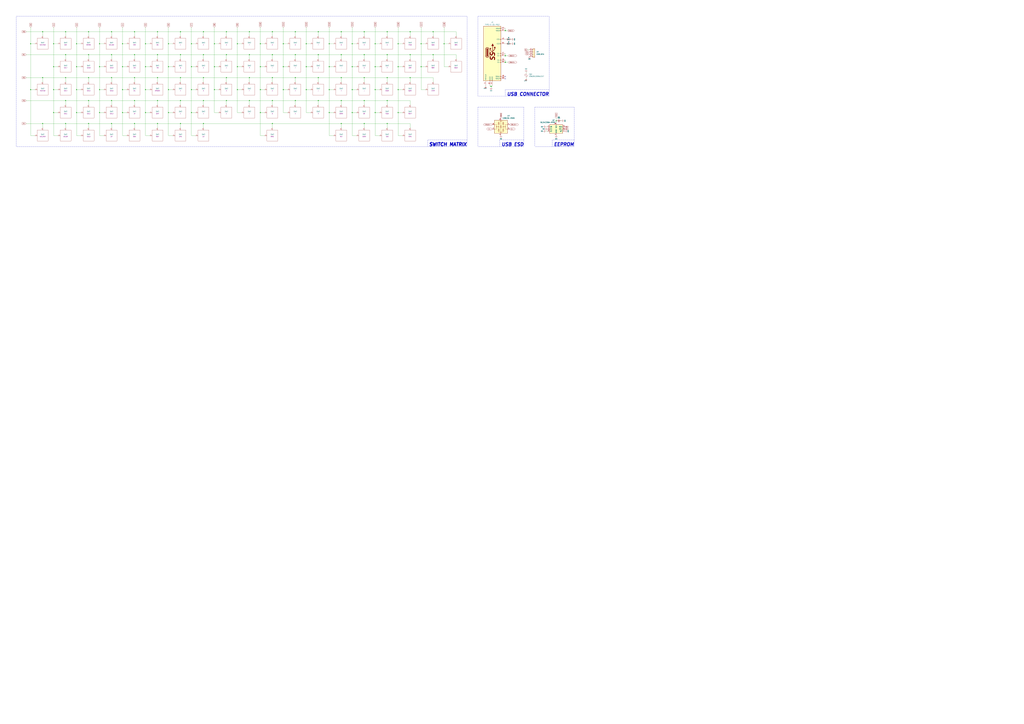
<source format=kicad_sch>
(kicad_sch (version 20211123) (generator eeschema)
  (paper "A0")
  (junction (at 422.91 116.84))
  (junction (at 396.24 143.51))
  (junction (at 102.87 36.83))
  (junction (at 62.23 104.14))
  (junction (at 115.57 104.14))
  (junction (at 168.91 130.81))
  (junction (at 209.55 63.5))
  (junction (at 115.57 77.47))
  (junction (at 142.24 130.81))
  (junction (at 49.53 90.17))
  (junction (at 275.59 50.8))
  (junction (at 262.89 116.84))
  (junction (at 316.23 36.83))
  (junction (at 76.2 63.5))
  (junction (at 236.22 116.84))
  (junction (at 449.58 63.5))
  (junction (at 236.22 90.17))
  (junction (at 289.56 36.83))
  (junction (at 382.27 77.47))
  (junction (at 316.23 90.17))
  (junction (at 76.2 90.17))
  (junction (at 449.58 143.51))
  (junction (at 222.25 104.14))
  (junction (at 396.24 116.84))
  (junction (at 396.24 90.17))
  (junction (at 248.92 77.47))
  (junction (at 408.94 104.14))
  (junction (at 142.24 104.14))
  (junction (at 182.88 90.17))
  (junction (at 262.89 36.83))
  (junction (at 342.9 36.83))
  (junction (at 88.9 104.14))
  (junction (at 182.88 63.5))
  (junction (at 502.92 36.83))
  (junction (at 449.58 90.17))
  (junction (at 408.94 77.47))
  (junction (at 156.21 90.17))
  (junction (at 49.53 36.83))
  (junction (at 209.55 116.84))
  (junction (at 248.92 104.14))
  (junction (at 195.58 77.47))
  (junction (at 369.57 63.5))
  (junction (at 302.26 104.14))
  (junction (at 328.93 50.8))
  (junction (at 369.57 90.17))
  (junction (at 396.24 36.83))
  (junction (at 102.87 63.5))
  (junction (at 76.2 143.51))
  (junction (at 129.54 90.17))
  (junction (at 102.87 143.51))
  (junction (at 88.9 50.8))
  (junction (at 570.23 100.33) (diameter 1.016))
  (junction (at 62.23 50.8))
  (junction (at 168.91 104.14))
  (junction (at 316.23 116.84))
  (junction (at 382.27 50.8))
  (junction (at 156.21 143.51))
  (junction (at 115.57 130.81))
  (junction (at 236.22 63.5))
  (junction (at 195.58 50.8))
  (junction (at 102.87 116.84))
  (junction (at 195.58 104.14))
  (junction (at 129.54 36.83))
  (junction (at 382.27 130.81))
  (junction (at 129.54 63.5))
  (junction (at 129.54 116.84))
  (junction (at 88.9 77.47))
  (junction (at 209.55 90.17))
  (junction (at 586.74 35.56) (diameter 1.016))
  (junction (at 462.28 77.47))
  (junction (at 435.61 77.47))
  (junction (at 449.58 116.84))
  (junction (at 355.6 50.8))
  (junction (at 422.91 36.83))
  (junction (at 302.26 77.47))
  (junction (at 476.25 63.5))
  (junction (at 422.91 90.17))
  (junction (at 408.94 130.81))
  (junction (at 222.25 130.81))
  (junction (at 102.87 90.17))
  (junction (at 435.61 50.8))
  (junction (at 289.56 116.84))
  (junction (at 156.21 63.5))
  (junction (at 168.91 77.47))
  (junction (at 586.74 64.77) (diameter 1.016))
  (junction (at 476.25 90.17))
  (junction (at 476.25 36.83))
  (junction (at 316.23 143.51))
  (junction (at 236.22 143.51))
  (junction (at 182.88 116.84))
  (junction (at 289.56 90.17))
  (junction (at 302.26 130.81))
  (junction (at 355.6 104.14))
  (junction (at 502.92 63.5))
  (junction (at 342.9 90.17))
  (junction (at 222.25 77.47))
  (junction (at 462.28 104.14))
  (junction (at 222.25 50.8))
  (junction (at 289.56 63.5))
  (junction (at 435.61 104.14))
  (junction (at 168.91 50.8))
  (junction (at 142.24 77.47))
  (junction (at 396.24 63.5))
  (junction (at 355.6 77.47))
  (junction (at 316.23 63.5))
  (junction (at 195.58 130.81))
  (junction (at 236.22 36.83))
  (junction (at 88.9 130.81))
  (junction (at 586.74 72.39) (diameter 1.016))
  (junction (at 62.23 130.81))
  (junction (at 449.58 36.83))
  (junction (at 275.59 77.47))
  (junction (at 35.56 50.8))
  (junction (at 156.21 36.83))
  (junction (at 369.57 116.84))
  (junction (at 302.26 50.8))
  (junction (at 129.54 143.51))
  (junction (at 342.9 63.5))
  (junction (at 142.24 50.8))
  (junction (at 115.57 50.8))
  (junction (at 435.61 130.81))
  (junction (at 462.28 130.81))
  (junction (at 156.21 116.84))
  (junction (at 35.56 104.14))
  (junction (at 76.2 36.83))
  (junction (at 488.95 50.8))
  (junction (at 262.89 90.17))
  (junction (at 49.53 143.51))
  (junction (at 382.27 104.14))
  (junction (at 462.28 50.8))
  (junction (at 62.23 77.47))
  (junction (at 248.92 50.8))
  (junction (at 488.95 77.47))
  (junction (at 342.9 116.84))
  (junction (at 515.62 50.8))
  (junction (at 262.89 63.5))
  (junction (at 328.93 104.14))
  (junction (at 422.91 63.5))
  (junction (at 76.2 116.84))
  (junction (at 182.88 143.51))
  (junction (at 209.55 36.83))
  (junction (at 182.88 36.83))
  (junction (at 408.94 50.8))
  (junction (at 422.91 143.51))
  (junction (at 209.55 143.51))
  (junction (at 645.795 140.335) (diameter 0.9144))
  (junction (at 369.57 36.83))
  (junction (at 275.59 104.14))
  (junction (at 328.93 77.47))
  (no_connect (at 586.74 88.9))
  (no_connect (at 586.74 91.44))
  (wire (pts (xy 49.53 41.91) (xy 49.53 36.83)))
  (wire (pts (xy 209.55 143.51) (xy 236.22 143.51)))
  (wire (pts (xy 222.25 157.48) (xy 227.33 157.48)))
  (wire (pts (xy 168.91 130.81) (xy 173.99 130.81)))
  (wire (pts (xy 462.28 104.14) (xy 462.28 130.81)))
  (wire (pts (xy 209.55 36.83) (xy 236.22 36.83)))
  (wire (pts (xy 302.26 31.75) (xy 302.26 50.8)))
  (wire (pts (xy 570.23 100.33) (xy 570.23 101.6)))
  (wire (pts (xy 462.28 130.81) (xy 462.28 157.48)))
  (wire (pts (xy 275.59 50.8) (xy 280.67 50.8)))
  (wire (pts (xy 476.25 90.17) (xy 502.92 90.17)))
  (wire (pts (xy 275.59 77.47) (xy 280.67 77.47)))
  (wire (pts (xy 435.61 130.81) (xy 435.61 157.48)))
  (wire (pts (xy 120.65 50.8) (xy 115.57 50.8)))
  (wire (pts (xy 195.58 77.47) (xy 195.58 104.14)))
  (wire (pts (xy 529.59 68.58) (xy 529.59 63.5)))
  (wire (pts (xy 449.58 121.92) (xy 449.58 116.84)))
  (wire (pts (xy 102.87 36.83) (xy 102.87 41.91)))
  (wire (pts (xy 369.57 36.83) (xy 396.24 36.83)))
  (wire (pts (xy 449.58 36.83) (xy 449.58 41.91)))
  (wire (pts (xy 382.27 31.75) (xy 382.27 50.8)))
  (wire (pts (xy 302.26 130.81) (xy 307.34 130.81)))
  (wire (pts (xy 88.9 50.8) (xy 88.9 77.47)))
  (wire (pts (xy 571.5 100.33) (xy 571.5 99.06)))
  (wire (pts (xy 515.62 50.8) (xy 515.62 77.47)))
  (wire (pts (xy 462.28 77.47) (xy 462.28 104.14)))
  (wire (pts (xy 328.93 130.81) (xy 334.01 130.81)))
  (wire (pts (xy 342.9 121.92) (xy 342.9 116.84)))
  (wire (pts (xy 408.94 77.47) (xy 408.94 104.14)))
  (wire (pts (xy 182.88 41.91) (xy 182.88 36.83)))
  (wire (pts (xy 328.93 104.14) (xy 328.93 130.81)))
  (wire (pts (xy 529.59 41.91) (xy 529.59 36.83)))
  (wire (pts (xy 435.61 104.14) (xy 435.61 130.81)))
  (wire (pts (xy 316.23 36.83) (xy 342.9 36.83)))
  (wire (pts (xy 342.9 63.5) (xy 369.57 63.5)))
  (wire (pts (xy 182.88 90.17) (xy 182.88 95.25)))
  (wire (pts (xy 449.58 90.17) (xy 449.58 95.25)))
  (wire (pts (xy 369.57 90.17) (xy 369.57 95.25)))
  (wire (pts (xy 115.57 130.81) (xy 115.57 157.48)))
  (polyline (pts (xy 608.33 124.46) (xy 608.33 170.18)))
  (wire (pts (xy 612.775 57.785) (xy 614.68 57.785)))
  (wire (pts (xy 586.74 72.39) (xy 589.915 72.39)))
  (wire (pts (xy 355.6 104.14) (xy 355.6 130.81)))
  (wire (pts (xy 502.92 36.83) (xy 529.59 36.83)))
  (wire (pts (xy 209.55 121.92) (xy 209.55 116.84)))
  (wire (pts (xy 515.62 50.8) (xy 520.7 50.8)))
  (wire (pts (xy 396.24 143.51) (xy 422.91 143.51)))
  (wire (pts (xy 316.23 63.5) (xy 316.23 68.58)))
  (wire (pts (xy 502.92 36.83) (xy 502.92 41.91)))
  (wire (pts (xy 488.95 104.14) (xy 494.03 104.14)))
  (polyline (pts (xy 637.54 19.05) (xy 637.54 111.76)))
  (wire (pts (xy 382.27 77.47) (xy 387.35 77.47)))
  (wire (pts (xy 382.27 50.8) (xy 387.35 50.8)))
  (wire (pts (xy 195.58 104.14) (xy 200.66 104.14)))
  (wire (pts (xy 195.58 77.47) (xy 200.66 77.47)))
  (wire (pts (xy 142.24 104.14) (xy 142.24 130.81)))
  (wire (pts (xy 396.24 116.84) (xy 422.91 116.84)))
  (wire (pts (xy 102.87 116.84) (xy 129.54 116.84)))
  (wire (pts (xy 156.21 143.51) (xy 156.21 148.59)))
  (wire (pts (xy 502.92 63.5) (xy 529.59 63.5)))
  (wire (pts (xy 396.24 36.83) (xy 422.91 36.83)))
  (wire (pts (xy 168.91 130.81) (xy 168.91 157.48)))
  (wire (pts (xy 76.2 143.51) (xy 102.87 143.51)))
  (wire (pts (xy 328.93 104.14) (xy 334.01 104.14)))
  (polyline (pts (xy 621.03 124.46) (xy 621.03 170.18)))
  (wire (pts (xy 35.56 31.75) (xy 35.56 50.8)))
  (wire (pts (xy 156.21 143.51) (xy 182.88 143.51)))
  (wire (pts (xy 422.91 143.51) (xy 422.91 148.59)))
  (wire (pts (xy 408.94 130.81) (xy 414.02 130.81)))
  (polyline (pts (xy 554.99 19.05) (xy 554.99 111.76)))
  (wire (pts (xy 129.54 36.83) (xy 156.21 36.83)))
  (wire (pts (xy 236.22 143.51) (xy 316.23 143.51)))
  (wire (pts (xy 195.58 31.75) (xy 195.58 50.8)))
  (wire (pts (xy 382.27 157.48) (xy 387.35 157.48)))
  (wire (pts (xy 120.65 157.48) (xy 115.57 157.48)))
  (wire (pts (xy 142.24 50.8) (xy 147.32 50.8)))
  (polyline (pts (xy 666.75 170.18) (xy 621.03 170.18)))
  (wire (pts (xy 275.59 31.75) (xy 275.59 50.8)))
  (wire (pts (xy 222.25 77.47) (xy 222.25 104.14)))
  (wire (pts (xy 35.56 50.8) (xy 40.64 50.8)))
  (wire (pts (xy 462.28 77.47) (xy 467.36 77.47)))
  (wire (pts (xy 408.94 50.8) (xy 408.94 77.47)))
  (polyline (pts (xy 554.99 124.46) (xy 608.33 124.46)))
  (wire (pts (xy 515.62 77.47) (xy 520.7 77.47)))
  (wire (pts (xy 316.23 90.17) (xy 316.23 95.25)))
  (wire (pts (xy 195.58 130.81) (xy 200.66 130.81)))
  (wire (pts (xy 209.55 148.59) (xy 209.55 143.51)))
  (wire (pts (xy 586.74 50.8) (xy 588.01 50.8)))
  (wire (pts (xy 168.91 77.47) (xy 168.91 104.14)))
  (wire (pts (xy 115.57 104.14) (xy 120.65 104.14)))
  (wire (pts (xy 328.93 77.47) (xy 328.93 104.14)))
  (wire (pts (xy 182.88 116.84) (xy 182.88 121.92)))
  (wire (pts (xy 236.22 63.5) (xy 236.22 68.58)))
  (polyline (pts (xy 666.75 124.46) (xy 666.75 170.18)))
  (wire (pts (xy 328.93 31.75) (xy 328.93 50.8)))
  (wire (pts (xy 422.91 116.84) (xy 422.91 121.92)))
  (wire (pts (xy 88.9 104.14) (xy 88.9 130.81)))
  (wire (pts (xy 316.23 63.5) (xy 342.9 63.5)))
  (wire (pts (xy 222.25 50.8) (xy 227.33 50.8)))
  (wire (pts (xy 610.87 90.17) (xy 610.87 91.44)))
  (wire (pts (xy 182.88 148.59) (xy 182.88 143.51)))
  (wire (pts (xy 382.27 104.14) (xy 387.35 104.14)))
  (wire (pts (xy 102.87 68.58) (xy 102.87 63.5)))
  (wire (pts (xy 275.59 104.14) (xy 280.67 104.14)))
  (wire (pts (xy 222.25 104.14) (xy 222.25 130.81)))
  (wire (pts (xy 488.95 77.47) (xy 488.95 104.14)))
  (wire (pts (xy 115.57 31.75) (xy 115.57 50.8)))
  (wire (pts (xy 49.53 90.17) (xy 49.53 95.25)))
  (wire (pts (xy 476.25 116.84) (xy 476.25 121.92)))
  (wire (pts (xy 248.92 50.8) (xy 254 50.8)))
  (polyline (pts (xy 641.35 162.56) (xy 641.35 170.18)))
  (wire (pts (xy 142.24 31.75) (xy 142.24 50.8)))
  (wire (pts (xy 62.23 77.47) (xy 62.23 104.14)))
  (wire (pts (xy 49.53 36.83) (xy 76.2 36.83)))
  (wire (pts (xy 316.23 116.84) (xy 316.23 121.92)))
  (wire (pts (xy 462.28 130.81) (xy 467.36 130.81)))
  (wire (pts (xy 307.34 157.48) (xy 302.26 157.48)))
  (wire (pts (xy 275.59 104.14) (xy 275.59 130.81)))
  (wire (pts (xy 156.21 90.17) (xy 182.88 90.17)))
  (wire (pts (xy 129.54 36.83) (xy 129.54 41.91)))
  (wire (pts (xy 168.91 157.48) (xy 173.99 157.48)))
  (wire (pts (xy 76.2 63.5) (xy 76.2 68.58)))
  (polyline (pts (xy 496.57 162.56) (xy 496.57 170.18)))
  (wire (pts (xy 156.21 116.84) (xy 156.21 121.92)))
  (wire (pts (xy 355.6 104.14) (xy 360.68 104.14)))
  (polyline (pts (xy 666.75 162.56) (xy 641.35 162.56)))
  (wire (pts (xy 422.91 90.17) (xy 449.58 90.17)))
  (wire (pts (xy 142.24 50.8) (xy 142.24 77.47)))
  (wire (pts (xy 67.31 157.48) (xy 62.23 157.48)))
  (wire (pts (xy 209.55 63.5) (xy 209.55 68.58)))
  (wire (pts (xy 156.21 63.5) (xy 182.88 63.5)))
  (wire (pts (xy 502.92 63.5) (xy 502.92 68.58)))
  (wire (pts (xy 236.22 116.84) (xy 236.22 121.92)))
  (wire (pts (xy 449.58 36.83) (xy 476.25 36.83)))
  (wire (pts (xy 168.91 31.75) (xy 168.91 50.8)))
  (wire (pts (xy 248.92 77.47) (xy 248.92 104.14)))
  (wire (pts (xy 182.88 90.17) (xy 209.55 90.17)))
  (polyline (pts (xy 19.05 19.05) (xy 542.29 19.05)))
  (wire (pts (xy 76.2 36.83) (xy 76.2 41.91)))
  (polyline (pts (xy 608.33 162.56) (xy 580.39 162.56)))
  (wire (pts (xy 369.57 90.17) (xy 396.24 90.17)))
  (wire (pts (xy 142.24 77.47) (xy 142.24 104.14)))
  (wire (pts (xy 168.91 77.47) (xy 173.99 77.47)))
  (wire (pts (xy 645.795 140.335) (xy 646.43 140.335)))
  (wire (pts (xy 651.51 140.335) (xy 652.145 140.335)))
  (wire (pts (xy 449.58 68.58) (xy 449.58 63.5)))
  (wire (pts (xy 342.9 90.17) (xy 342.9 95.25)))
  (wire (pts (xy 515.62 31.75) (xy 515.62 50.8)))
  (wire (pts (xy 129.54 63.5) (xy 156.21 63.5)))
  (wire (pts (xy 129.54 116.84) (xy 156.21 116.84)))
  (wire (pts (xy 30.48 116.84) (xy 76.2 116.84)))
  (wire (pts (xy 289.56 116.84) (xy 316.23 116.84)))
  (wire (pts (xy 422.91 36.83) (xy 449.58 36.83)))
  (wire (pts (xy 435.61 130.81) (xy 440.69 130.81)))
  (wire (pts (xy 435.61 50.8) (xy 440.69 50.8)))
  (wire (pts (xy 462.28 31.75) (xy 462.28 50.8)))
  (wire (pts (xy 488.95 31.75) (xy 488.95 50.8)))
  (wire (pts (xy 40.64 157.48) (xy 35.56 157.48)))
  (wire (pts (xy 62.23 77.47) (xy 67.31 77.47)))
  (wire (pts (xy 289.56 36.83) (xy 289.56 41.91)))
  (wire (pts (xy 355.6 130.81) (xy 360.68 130.81)))
  (wire (pts (xy 88.9 50.8) (xy 93.98 50.8)))
  (wire (pts (xy 62.23 31.75) (xy 62.23 50.8)))
  (wire (pts (xy 396.24 121.92) (xy 396.24 116.84)))
  (wire (pts (xy 222.25 77.47) (xy 227.33 77.47)))
  (wire (pts (xy 156.21 63.5) (xy 156.21 68.58)))
  (wire (pts (xy 209.55 63.5) (xy 236.22 63.5)))
  (wire (pts (xy 328.93 50.8) (xy 328.93 77.47)))
  (wire (pts (xy 328.93 50.8) (xy 334.01 50.8)))
  (wire (pts (xy 476.25 63.5) (xy 502.92 63.5)))
  (wire (pts (xy 88.9 130.81) (xy 93.98 130.81)))
  (wire (pts (xy 476.25 36.83) (xy 502.92 36.83)))
  (wire (pts (xy 610.87 83.82) (xy 610.87 85.09)))
  (wire (pts (xy 586.74 69.85) (xy 586.74 72.39)))
  (wire (pts (xy 633.73 152.4) (xy 635.635 152.4)))
  (wire (pts (xy 396.24 68.58) (xy 396.24 63.5)))
  (wire (pts (xy 168.91 50.8) (xy 168.91 77.47)))
  (wire (pts (xy 502.92 90.17) (xy 502.92 95.25)))
  (wire (pts (xy 49.53 148.59) (xy 49.53 143.51)))
  (wire (pts (xy 222.25 50.8) (xy 222.25 77.47)))
  (wire (pts (xy 115.57 104.14) (xy 115.57 130.81)))
  (wire (pts (xy 76.2 116.84) (xy 76.2 121.92)))
  (wire (pts (xy 302.26 77.47) (xy 302.26 104.14)))
  (wire (pts (xy 462.28 157.48) (xy 467.36 157.48)))
  (wire (pts (xy 62.23 104.14) (xy 67.31 104.14)))
  (wire (pts (xy 209.55 36.83) (xy 209.55 41.91)))
  (wire (pts (xy 342.9 116.84) (xy 369.57 116.84)))
  (wire (pts (xy 93.98 157.48) (xy 88.9 157.48)))
  (wire (pts (xy 302.26 104.14) (xy 302.26 130.81)))
  (wire (pts (xy 593.09 45.72) (xy 593.725 45.72)))
  (wire (pts (xy 115.57 130.81) (xy 120.65 130.81)))
  (wire (pts (xy 129.54 90.17) (xy 156.21 90.17)))
  (wire (pts (xy 62.23 50.8) (xy 62.23 77.47)))
  (wire (pts (xy 342.9 90.17) (xy 369.57 90.17)))
  (wire (pts (xy 147.32 157.48) (xy 142.24 157.48)))
  (wire (pts (xy 35.56 50.8) (xy 35.56 104.14)))
  (wire (pts (xy 62.23 130.81) (xy 62.23 157.48)))
  (wire (pts (xy 408.94 104.14) (xy 408.94 130.81)))
  (wire (pts (xy 236.22 90.17) (xy 236.22 95.25)))
  (wire (pts (xy 289.56 63.5) (xy 289.56 68.58)))
  (wire (pts (xy 289.56 63.5) (xy 316.23 63.5)))
  (wire (pts (xy 645.795 140.335) (xy 645.795 142.24)))
  (polyline (pts (xy 542.29 19.05) (xy 542.29 170.18)))
  (wire (pts (xy 129.54 68.58) (xy 129.54 63.5)))
  (wire (pts (xy 76.2 116.84) (xy 102.87 116.84)))
  (wire (pts (xy 88.9 130.81) (xy 88.9 157.48)))
  (wire (pts (xy 222.25 104.14) (xy 227.33 104.14)))
  (wire (pts (xy 435.61 77.47) (xy 440.69 77.47)))
  (wire (pts (xy 476.25 143.51) (xy 476.25 148.59)))
  (wire (pts (xy 262.89 90.17) (xy 289.56 90.17)))
  (wire (pts (xy 248.92 50.8) (xy 248.92 77.47)))
  (wire (pts (xy 302.26 104.14) (xy 307.34 104.14)))
  (wire (pts (xy 142.24 130.81) (xy 142.24 157.48)))
  (wire (pts (xy 302.26 77.47) (xy 307.34 77.47)))
  (wire (pts (xy 488.95 50.8) (xy 494.03 50.8)))
  (wire (pts (xy 422.91 63.5) (xy 422.91 68.58)))
  (polyline (pts (xy 580.39 162.56) (xy 580.39 170.18)))
  (wire (pts (xy 275.59 130.81) (xy 280.67 130.81)))
  (wire (pts (xy 248.92 77.47) (xy 254 77.47)))
  (wire (pts (xy 462.28 50.8) (xy 462.28 77.47)))
  (wire (pts (xy 302.26 50.8) (xy 302.26 77.47)))
  (wire (pts (xy 289.56 36.83) (xy 316.23 36.83)))
  (wire (pts (xy 62.23 104.14) (xy 62.23 130.81)))
  (wire (pts (xy 195.58 104.14) (xy 195.58 130.81)))
  (wire (pts (xy 316.23 143.51) (xy 396.24 143.51)))
  (wire (pts (xy 76.2 90.17) (xy 76.2 95.25)))
  (wire (pts (xy 476.25 36.83) (xy 476.25 41.91)))
  (wire (pts (xy 328.93 77.47) (xy 334.01 77.47)))
  (wire (pts (xy 102.87 116.84) (xy 102.87 121.92)))
  (wire (pts (xy 35.56 104.14) (xy 40.64 104.14)))
  (wire (pts (xy 369.57 63.5) (xy 396.24 63.5)))
  (wire (pts (xy 568.96 99.06) (xy 568.96 100.33)))
  (wire (pts (xy 382.27 77.47) (xy 382.27 104.14)))
  (wire (pts (xy 382.27 104.14) (xy 382.27 130.81)))
  (wire (pts (xy 449.58 116.84) (xy 476.25 116.84)))
  (wire (pts (xy 102.87 143.51) (xy 129.54 143.51)))
  (wire (pts (xy 586.74 64.77) (xy 589.915 64.77)))
  (wire (pts (xy 262.89 63.5) (xy 289.56 63.5)))
  (wire (pts (xy 342.9 36.83) (xy 369.57 36.83)))
  (wire (pts (xy 476.25 68.58) (xy 476.25 63.5)))
  (wire (pts (xy 76.2 143.51) (xy 76.2 148.59)))
  (wire (pts (xy 302.26 157.48) (xy 302.26 130.81)))
  (wire (pts (xy 209.55 90.17) (xy 236.22 90.17)))
  (wire (pts (xy 396.24 90.17) (xy 422.91 90.17)))
  (wire (pts (xy 35.56 104.14) (xy 35.56 157.48)))
  (wire (pts (xy 369.57 68.58) (xy 369.57 63.5)))
  (wire (pts (xy 262.89 63.5) (xy 262.89 68.58)))
  (polyline (pts (xy 637.54 111.76) (xy 554.99 111.76)))
  (wire (pts (xy 248.92 104.14) (xy 254 104.14)))
  (polyline (pts (xy 554.99 124.46) (xy 554.99 170.18)))
  (wire (pts (xy 182.88 63.5) (xy 209.55 63.5)))
  (wire (pts (xy 422.91 116.84) (xy 449.58 116.84)))
  (wire (pts (xy 129.54 143.51) (xy 156.21 143.51)))
  (wire (pts (xy 422.91 36.83) (xy 422.91 41.91)))
  (wire (pts (xy 408.94 50.8) (xy 414.02 50.8)))
  (wire (pts (xy 568.96 100.33) (xy 570.23 100.33)))
  (wire (pts (xy 102.87 36.83) (xy 129.54 36.83)))
  (wire (pts (xy 435.61 31.75) (xy 435.61 50.8)))
  (wire (pts (xy 182.88 143.51) (xy 209.55 143.51)))
  (wire (pts (xy 76.2 36.83) (xy 102.87 36.83)))
  (wire (pts (xy 396.24 63.5) (xy 422.91 63.5)))
  (wire (pts (xy 369.57 36.83) (xy 369.57 41.91)))
  (wire (pts (xy 236.22 36.83) (xy 236.22 41.91)))
  (wire (pts (xy 289.56 90.17) (xy 316.23 90.17)))
  (wire (pts (xy 396.24 36.83) (xy 396.24 41.91)))
  (wire (pts (xy 449.58 63.5) (xy 476.25 63.5)))
  (wire (pts (xy 30.48 90.17) (xy 49.53 90.17)))
  (wire (pts (xy 408.94 104.14) (xy 414.02 104.14)))
  (wire (pts (xy 62.23 50.8) (xy 67.31 50.8)))
  (wire (pts (xy 396.24 90.17) (xy 396.24 95.25)))
  (wire (pts (xy 102.87 95.25) (xy 102.87 90.17)))
  (polyline (pts (xy 19.05 170.18) (xy 19.05 19.05)))
  (wire (pts (xy 396.24 143.51) (xy 396.24 148.59)))
  (wire (pts (xy 142.24 77.47) (xy 147.32 77.47)))
  (polyline (pts (xy 554.99 19.05) (xy 637.54 19.05)))
  (wire (pts (xy 209.55 90.17) (xy 209.55 95.25)))
  (wire (pts (xy 76.2 90.17) (xy 102.87 90.17)))
  (wire (pts (xy 316.23 36.83) (xy 316.23 41.91)))
  (wire (pts (xy 168.91 104.14) (xy 168.91 130.81)))
  (wire (pts (xy 88.9 77.47) (xy 88.9 104.14)))
  (wire (pts (xy 369.57 116.84) (xy 396.24 116.84)))
  (wire (pts (xy 355.6 50.8) (xy 355.6 77.47)))
  (wire (pts (xy 586.74 45.72) (xy 588.01 45.72)))
  (wire (pts (xy 355.6 77.47) (xy 360.68 77.47)))
  (wire (pts (xy 422.91 63.5) (xy 449.58 63.5)))
  (wire (pts (xy 262.89 90.17) (xy 262.89 95.25)))
  (polyline (pts (xy 637.54 104.14) (xy 586.74 104.14)))
  (wire (pts (xy 248.92 31.75) (xy 248.92 50.8)))
  (wire (pts (xy 449.58 143.51) (xy 449.58 148.59)))
  (wire (pts (xy 645.795 137.16) (xy 645.795 140.335)))
  (wire (pts (xy 408.94 77.47) (xy 414.02 77.47)))
  (wire (pts (xy 633.73 147.32) (xy 635.635 147.32)))
  (wire (pts (xy 102.87 143.51) (xy 102.87 148.59)))
  (wire (pts (xy 62.23 130.81) (xy 67.31 130.81)))
  (wire (pts (xy 129.54 121.92) (xy 129.54 116.84)))
  (wire (pts (xy 382.27 50.8) (xy 382.27 77.47)))
  (wire (pts (xy 209.55 116.84) (xy 236.22 116.84)))
  (wire (pts (xy 129.54 143.51) (xy 129.54 148.59)))
  (wire (pts (xy 142.24 104.14) (xy 147.32 104.14)))
  (wire (pts (xy 342.9 36.83) (xy 342.9 41.91)))
  (wire (pts (xy 49.53 143.51) (xy 76.2 143.51)))
  (wire (pts (xy 586.74 33.02) (xy 586.74 35.56)))
  (wire (pts (xy 248.92 104.14) (xy 248.92 130.81)))
  (wire (pts (xy 195.58 130.81) (xy 195.58 157.48)))
  (wire (pts (xy 408.94 31.75) (xy 408.94 50.8)))
  (wire (pts (xy 435.61 104.14) (xy 440.69 104.14)))
  (wire (pts (xy 156.21 95.25) (xy 156.21 90.17)))
  (wire (pts (xy 30.48 143.51) (xy 49.53 143.51)))
  (wire (pts (xy 88.9 31.75) (xy 88.9 50.8)))
  (polyline (pts (xy 586.74 104.14) (xy 586.74 111.76)))
  (wire (pts (xy 422.91 90.17) (xy 422.91 95.25)))
  (wire (pts (xy 156.21 36.83) (xy 156.21 41.91)))
  (wire (pts (xy 382.27 130.81) (xy 382.27 157.48)))
  (wire (pts (xy 435.61 157.48) (xy 440.69 157.48)))
  (wire (pts (xy 182.88 116.84) (xy 209.55 116.84)))
  (wire (pts (xy 262.89 116.84) (xy 262.89 121.92)))
  (wire (pts (xy 355.6 31.75) (xy 355.6 50.8)))
  (wire (pts (xy 49.53 90.17) (xy 76.2 90.17)))
  (wire (pts (xy 355.6 77.47) (xy 355.6 104.14)))
  (wire (pts (xy 275.59 50.8) (xy 275.59 77.47)))
  (wire (pts (xy 129.54 95.25) (xy 129.54 90.17)))
  (wire (pts (xy 449.58 90.17) (xy 476.25 90.17)))
  (wire (pts (xy 200.66 50.8) (xy 195.58 50.8)))
  (wire (pts (xy 589.915 35.56) (xy 586.74 35.56)))
  (wire (pts (xy 262.89 116.84) (xy 289.56 116.84)))
  (wire (pts (xy 168.91 104.14) (xy 173.99 104.14)))
  (wire (pts (xy 248.92 130.81) (xy 254 130.81)))
  (wire (pts (xy 275.59 77.47) (xy 275.59 104.14)))
  (wire (pts (xy 227.33 130.81) (xy 222.25 130.81)))
  (wire (pts (xy 488.95 77.47) (xy 494.03 77.47)))
  (wire (pts (xy 30.48 36.83) (xy 49.53 36.83)))
  (wire (pts (xy 115.57 50.8) (xy 115.57 77.47)))
  (wire (pts (xy 369.57 116.84) (xy 369.57 121.92)))
  (wire (pts (xy 236.22 36.83) (xy 262.89 36.83)))
  (wire (pts (xy 222.25 31.75) (xy 222.25 50.8)))
  (wire (pts (xy 182.88 63.5) (xy 182.88 68.58)))
  (wire (pts (xy 156.21 36.83) (xy 182.88 36.83)))
  (wire (pts (xy 173.99 50.8) (xy 168.91 50.8)))
  (wire (pts (xy 195.58 157.48) (xy 200.66 157.48)))
  (wire (pts (xy 88.9 77.47) (xy 93.98 77.47)))
  (wire (pts (xy 30.48 63.5) (xy 76.2 63.5)))
  (wire (pts (xy 593.09 50.8) (xy 593.725 50.8)))
  (wire (pts (xy 586.74 62.23) (xy 586.74 64.77)))
  (wire (pts (xy 316.23 116.84) (xy 342.9 116.84)))
  (wire (pts (xy 236.22 148.59) (xy 236.22 143.51)))
  (wire (pts (xy 408.94 157.48) (xy 414.02 157.48)))
  (polyline (pts (xy 542.29 162.56) (xy 496.57 162.56)))
  (wire (pts (xy 76.2 63.5) (xy 102.87 63.5)))
  (wire (pts (xy 302.26 50.8) (xy 307.34 50.8)))
  (wire (pts (xy 142.24 130.81) (xy 147.32 130.81)))
  (wire (pts (xy 222.25 130.81) (xy 222.25 157.48)))
  (wire (pts (xy 449.58 143.51) (xy 476.25 143.51)))
  (wire (pts (xy 262.89 36.83) (xy 289.56 36.83)))
  (polyline (pts (xy 608.33 170.18) (xy 554.99 170.18)))
  (wire (pts (xy 262.89 36.83) (xy 262.89 41.91)))
  (wire (pts (xy 382.27 130.81) (xy 387.35 130.81)))
  (polyline (pts (xy 621.03 124.46) (xy 666.75 124.46)))
  (wire (pts (xy 462.28 50.8) (xy 467.36 50.8)))
  (wire (pts (xy 289.56 95.25) (xy 289.56 90.17)))
  (wire (pts (xy 408.94 130.81) (xy 408.94 157.48)))
  (wire (pts (xy 488.95 50.8) (xy 488.95 77.47)))
  (wire (pts (xy 115.57 77.47) (xy 115.57 104.14)))
  (wire (pts (xy 88.9 104.14) (xy 93.98 104.14)))
  (wire (pts (xy 355.6 50.8) (xy 360.68 50.8)))
  (wire (pts (xy 236.22 116.84) (xy 262.89 116.84)))
  (wire (pts (xy 236.22 63.5) (xy 262.89 63.5)))
  (wire (pts (xy 476.25 90.17) (xy 476.25 95.25)))
  (wire (pts (xy 435.61 77.47) (xy 435.61 104.14)))
  (wire (pts (xy 462.28 104.14) (xy 467.36 104.14)))
  (wire (pts (xy 195.58 50.8) (xy 195.58 77.47)))
  (wire (pts (xy 156.21 116.84) (xy 182.88 116.84)))
  (wire (pts (xy 102.87 90.17) (xy 129.54 90.17)))
  (wire (pts (xy 422.91 143.51) (xy 449.58 143.51)))
  (wire (pts (xy 182.88 36.83) (xy 209.55 36.83)))
  (wire (pts (xy 316.23 90.17) (xy 342.9 90.17)))
  (wire (pts (xy 570.23 100.33) (xy 571.5 100.33)))
  (polyline (pts (xy 542.29 170.18) (xy 19.05 170.18)))
  (wire (pts (xy 102.87 63.5) (xy 129.54 63.5)))
  (wire (pts (xy 435.61 50.8) (xy 435.61 77.47)))
  (wire (pts (xy 342.9 63.5) (xy 342.9 68.58)))
  (wire (pts (xy 316.23 143.51) (xy 316.23 148.59)))
  (wire (pts (xy 236.22 90.17) (xy 262.89 90.17)))
  (wire (pts (xy 115.57 77.47) (xy 120.65 77.47)))
  (wire (pts (xy 563.88 99.06) (xy 563.88 100.33)))
  (wire (pts (xy 289.56 116.84) (xy 289.56 121.92)))
  (text "EEPROM" (at 666.75 170.18 180) (effects (font (size 3.81 3.81) bold italic) (justify right bottom)))
  (text "SWITCH MATRIX" (at 542.29 170.18 180) (effects (font (size 3.81 3.81) (thickness 1.524) bold italic) (justify right bottom)))
  (text "USB ESD" (at 608.33 170.18 180) (effects (font (size 3.81 3.81) bold italic) (justify right bottom)))
  (text "USB CONNECTOR" (at 637.54 111.76 180) (effects (font (size 3.81 3.81) bold italic) (justify right bottom)))
  (global_label "C6" (shape input) (at 195.58 31.75 90) (property "Intersheet References" "${INTERSHEET_REFS}" (effects hide)))
  (global_label "VBUS" (shape input) (at 581.66 137.16 90) (effects (font (size 1.016 1.016))) (property "Intersheet References" "${INTERSHEET_REFS}" (effects hide)))
  (global_label "R4" (shape input) (at 30.48 143.51 180) (property "Intersheet References" "${INTERSHEET_REFS}" (effects hide)))
  (global_label "C8" (shape input) (at 248.92 31.75 90) (property "Intersheet References" "${INTERSHEET_REFS}" (effects hide)))
  (global_label "SCL" (shape bidirectional) (at 655.955 149.86 0) (effects (font (size 0.762 0.762))) (property "Intersheet References" "${INTERSHEET_REFS}" (effects hide)))
  (global_label "C14" (shape input) (at 408.94 31.75 90) (property "Intersheet References" "${INTERSHEET_REFS}" (effects hide)))
  (global_label "C9" (shape input) (at 275.59 31.75 90) (property "Intersheet References" "${INTERSHEET_REFS}" (effects hide)))
  (global_label "C11" (shape input) (at 328.93 31.75 90) (property "Intersheet References" "${INTERSHEET_REFS}" (effects hide)))
  (global_label "R3" (shape input) (at 30.48 116.84 180) (property "Intersheet References" "${INTERSHEET_REFS}" (effects hide)))
  (global_label "C17" (shape input) (at 488.95 31.75 90) (property "Intersheet References" "${INTERSHEET_REFS}" (effects hide)))
  (global_label "DBUS-" (shape bidirectional) (at 589.915 64.77 0) (property "Intersheet References" "${INTERSHEET_REFS}" (effects hide)))
  (global_label "C0" (shape input) (at 35.56 31.75 90) (property "Intersheet References" "${INTERSHEET_REFS}" (effects hide)))
  (global_label "3V3" (shape input) (at 645.795 137.16 90) (property "Intersheet References" "${INTERSHEET_REFS}" (effects hide)))
  (global_label "5V" (shape input) (at 612.775 57.785 180) (effects (font (size 1 1))) (property "Intersheet References" "${INTERSHEET_REFS}" (effects hide)))
  (global_label "R0" (shape input) (at 30.48 36.83 180) (property "Intersheet References" "${INTERSHEET_REFS}" (effects hide)))
  (global_label "R1" (shape input) (at 30.48 63.5 180) (property "Intersheet References" "${INTERSHEET_REFS}" (effects hide)))
  (global_label "C3" (shape input) (at 115.57 31.75 90) (property "Intersheet References" "${INTERSHEET_REFS}" (effects hide)))
  (global_label "C7" (shape input) (at 222.25 31.75 90) (property "Intersheet References" "${INTERSHEET_REFS}" (effects hide)))
  (global_label "C12" (shape input) (at 355.6 31.75 90) (property "Intersheet References" "${INTERSHEET_REFS}" (effects hide)))
  (global_label "C4" (shape input) (at 142.24 31.75 90) (property "Intersheet References" "${INTERSHEET_REFS}" (effects hide)))
  (global_label "DBUS+" (shape bidirectional) (at 591.82 144.78 0) (property "Intersheet References" "${INTERSHEET_REFS}" (effects hide)))
  (global_label "C13" (shape input) (at 382.27 31.75 90) (property "Intersheet References" "${INTERSHEET_REFS}" (effects hide)))
  (global_label "VBUS" (shape output) (at 589.915 35.56 0) (property "Intersheet References" "${INTERSHEET_REFS}" (effects hide)))
  (global_label "C18" (shape input) (at 515.62 31.75 90) (property "Intersheet References" "${INTERSHEET_REFS}" (effects hide)))
  (global_label "DBUS+" (shape bidirectional) (at 589.915 72.39 0) (property "Intersheet References" "${INTERSHEET_REFS}" (effects hide)))
  (global_label "R2" (shape input) (at 30.48 90.17 180) (property "Intersheet References" "${INTERSHEET_REFS}" (effects hide)))
  (global_label "C2" (shape input) (at 88.9 31.75 90) (property "Intersheet References" "${INTERSHEET_REFS}" (effects hide)))
  (global_label "D+" (shape bidirectional) (at 591.82 149.86 0) (property "Intersheet References" "${INTERSHEET_REFS}" (effects hide)))
  (global_label "C16" (shape input) (at 462.28 31.75 90) (property "Intersheet References" "${INTERSHEET_REFS}" (effects hide)))
  (global_label "SDA" (shape bidirectional) (at 655.955 147.32 0) (effects (font (size 0.762 0.762))) (property "Intersheet References" "${INTERSHEET_REFS}" (effects hide)))
  (global_label "D-" (shape bidirectional) (at 614.68 60.325 180) (effects (font (size 1 1))) (property "Intersheet References" "${INTERSHEET_REFS}" (effects hide)))
  (global_label "C1" (shape input) (at 62.23 31.75 90) (property "Intersheet References" "${INTERSHEET_REFS}" (effects hide)))
  (global_label "D-" (shape bidirectional) (at 571.5 149.86 180) (property "Intersheet References" "${INTERSHEET_REFS}" (effects hide)))
  (global_label "C15" (shape input) (at 435.61 31.75 90) (property "Intersheet References" "${INTERSHEET_REFS}" (effects hide)))
  (global_label "D+" (shape bidirectional) (at 614.68 62.865 180) (effects (font (size 1 1))) (property "Intersheet References" "${INTERSHEET_REFS}" (effects hide)))
  (global_label "C5" (shape input) (at 168.91 31.75 90) (property "Intersheet References" "${INTERSHEET_REFS}" (effects hide)))
  (global_label "C10" (shape input) (at 302.26 31.75 90) (property "Intersheet References" "${INTERSHEET_REFS}" (effects hide)))
  (global_label "DBUS-" (shape bidirectional) (at 571.5 144.78 180) (property "Intersheet References" "${INTERSHEET_REFS}" (effects hide)))
  (symbol (lib_id "acheron_Symbols:Mechanical_Switch") (at 76.2 130.81 0) (unit 1)
    (property "Reference" "SW?" (at 76.2 129.54 0))
    (property "Value" "MX Switch" (effects hide))
    (property "Footprint" "acheron_MX_soldermask:MX100" (effects hide))
    (property "Keycode" "NUM_1" (at 76.2 132.08 0) (effects (font (size 0.762 0.762))))
    (property "Specifcation" "MX-style mechanical keyboard switch" (effects hide))
  )
  (symbol (lib_id "acheron_Symbols:Mechanical_Switch") (at 129.54 77.47 0) (unit 1)
    (property "Reference" "SW?" (at 129.54 76.2 0))
    (property "Value" "MX Switch" (effects hide))
    (property "Footprint" "acheron_MX_soldermask:MX100" (effects hide))
    (property "Keycode" "NUM_9" (at 129.54 78.74 0) (effects (font (size 0.762 0.762))))
    (property "Specifcation" "MX-style mechanical keyboard switch" (effects hide))
  )
  (symbol (lib_id "Memory_EEPROM:24LC256") (at 645.795 149.86 0) (unit 1)
    (property "Reference" "U?" (at 642.62 139.7 0))
    (property "Value" "BL24C256A-SFRC" (at 636.27 142.24 0))
    (property "Footprint" "acheron_Components:TSSOP-8_4.4x3mm_P0.65mm" (effects hide))
    (property "Datasheet" "https://datasheet.lcsc.com/lcsc/1811152228_BL-Shanghai-Belling-BL24C256A-SFRC_C110276.pdf" (effects hide))
    (property "Manufacturer" "Shanghai Belling" (effects hide))
    (property "Manufacturer Part Number" "BL24C256A-SFRC" (effects hide))
    (property "Package" "TSSOP-8" (effects hide))
    (property "Vendor Part Number" "LCSC C691875 (https://lcsc.com/product-detail/EEPROM_BL-Shanghai-Belling-BL24C256A-NTRC_C691875.html)" (effects hide))
    (property "Specification" "TSSOP-8 non-volatile 256Kb (32K x 8) I2C EEPROM\n" (effects hide))
  )
  (symbol (lib_id "power:GND") (at 635.635 149.86 270) (unit 1)
    (property "Reference" "#PWR?" (effects hide))
    (property "Value" "GND" (at 631.19 149.86 90) (effects (font (size 0.762 0.762))))
  )
  (symbol (lib_id "acheron_Symbols:Mechanical_Switch") (at 449.58 157.48 0) (unit 1)
    (property "Reference" "SW?" (at 449.58 156.21 0))
    (property "Value" "MX Switch" (effects hide))
    (property "Footprint" "acheron_MX_soldermask:MX100" (effects hide))
    (property "Keycode" "FUNC" (at 449.58 158.75 0) (effects (font (size 0.762 0.762))))
    (property "Specifcation" "MX-style mechanical keyboard switch" (effects hide))
  )
  (symbol (lib_id "acheron_Symbols:Mechanical_Switch") (at 342.9 130.81 0) (unit 1)
    (property "Reference" "SW?" (at 342.9 129.54 0))
    (property "Value" "MX Switch" (effects hide))
    (property "Footprint" "acheron_MX_soldermask:MX100" (effects hide))
    (property "Keycode" "N" (at 342.9 132.08 0) (effects (font (size 0.762 0.762))))
    (property "Specifcation" "MX-style mechanical keyboard switch" (effects hide))
  )
  (symbol (lib_id "power:GND") (at 610.87 83.82 180) (unit 1)
    (property "Reference" "#PWR?" (effects hide))
    (property "Value" "GND" (at 610.87 80.01 0) (effects (font (size 0.7874 0.7874))))
  )
  (symbol (lib_id "acheron_Symbols:Mechanical_Switch") (at 209.55 104.14 0) (unit 1)
    (property "Reference" "SW?" (at 209.55 102.87 0))
    (property "Value" "MX Switch" (effects hide))
    (property "Footprint" "acheron_MX_soldermask:MX100" (effects hide))
    (property "Keycode" "A" (at 209.55 105.41 0) (effects (font (size 0.762 0.762))))
    (property "Specifcation" "MX-style mechanical keyboard switch" (effects hide))
  )
  (symbol (lib_id "acheron_Symbols:Mechanical_Switch") (at 129.54 104.14 0) (unit 1)
    (property "Reference" "SW?" (at 129.54 102.87 0))
    (property "Value" "MX Switch" (effects hide))
    (property "Footprint" "acheron_MX_soldermask:MX100" (effects hide))
    (property "Keycode" "NUM_6" (at 129.54 105.41 0) (effects (font (size 0.762 0.762))))
    (property "Specifcation" "MX-style mechanical keyboard switch" (effects hide))
  )
  (symbol (lib_id "acheron_Symbols:Mechanical_Switch") (at 289.56 77.47 0) (unit 1)
    (property "Reference" "SW?" (at 289.56 76.2 0))
    (property "Value" "MX Switch" (effects hide))
    (property "Footprint" "acheron_MX_soldermask:MX100" (effects hide))
    (property "Keycode" "R" (at 289.56 78.74 0) (effects (font (size 0.762 0.762))))
    (property "Specifcation" "MX-style mechanical keyboard switch" (effects hide))
  )
  (symbol (lib_id "acheron_Symbols:Mechanical_Switch") (at 156.21 50.8 0) (unit 1)
    (property "Reference" "SW?" (at 156.21 49.53 0))
    (property "Value" "MX Switch" (effects hide))
    (property "Footprint" "acheron_MX_soldermask:MX100" (effects hide))
    (property "Keycode" "HOME" (at 156.21 52.07 0) (effects (font (size 0.762 0.762))))
    (property "Specifcation" "MX-style mechanical keyboard switch" (effects hide))
  )
  (symbol (lib_id "acheron_Symbols:Mechanical_Switch") (at 236.22 130.81 0) (unit 1)
    (property "Reference" "SW?" (at 236.22 129.54 0))
    (property "Value" "MX Switch" (effects hide))
    (property "Footprint" "acheron_MX_soldermask:MX100" (effects hide))
    (property "Keycode" "X" (at 236.22 132.08 0) (effects (font (size 0.762 0.762))))
    (property "Specifcation" "MX-style mechanical keyboard switch" (effects hide))
  )
  (symbol (lib_id "acheron_Symbols:Mechanical_Switch") (at 236.22 157.48 0) (unit 1)
    (property "Reference" "SW?" (at 236.22 156.21 0))
    (property "Value" "MX Switch" (effects hide))
    (property "Footprint" "acheron_MX_soldermask:MX100" (effects hide))
    (property "Keycode" "LALT" (at 236.22 158.75 0) (effects (font (size 0.762 0.762))))
    (property "Specifcation" "MX-style mechanical keyboard switch" (effects hide))
  )
  (symbol (lib_id "acheron_Symbols:Mechanical_Switch") (at 182.88 104.14 0) (unit 1)
    (property "Reference" "SW?" (at 182.88 102.87 0))
    (property "Value" "MX Switch" (effects hide))
    (property "Footprint" "acheron_MX_soldermask:MX100" (effects hide))
    (property "Keycode" "CAPSLOCK" (at 182.88 105.41 0) (effects (font (size 0.762 0.762))))
    (property "Specifcation" "MX-style mechanical keyboard switch" (effects hide))
  )
  (symbol (lib_id "acheron_Symbols:Mechanical_Switch") (at 316.23 157.48 0) (unit 1)
    (property "Reference" "SW?" (at 316.23 156.21 0))
    (property "Value" "MX Switch" (effects hide))
    (property "Footprint" "acheron_MX_soldermask:MX100" (effects hide))
    (property "Keycode" "SPACE" (at 316.23 158.75 0) (effects (font (size 0.762 0.762))))
    (property "Specifcation" "MX-style mechanical keyboard switch" (effects hide))
  )
  (symbol (lib_id "Device:Ferrite_Bead_Small") (at 610.87 87.63 0) (unit 1)
    (property "Reference" "FB?" (at 614.2736 86.487 0) (effects (justify left)))
    (property "Value" "CBW201209U121T" (at 614.2736 88.773 0) (effects (justify left)))
    (property "Footprint" "Inductor_SMD:L_0805_2012Metric" (effects hide))
    (property "Manufacturer" "Guangdong Fenghua Advanced Tech" (effects hide))
    (property "Manufacturer Part Number" "CBW201209U121T" (effects hide))
    (property "Package" "L0805" (effects hide))
    (property "Specification" "120R @ 100MHz ferrite bead" (effects hide))
    (property "Vendor Part Number" "LCSC C139186" (effects hide))
  )
  (symbol (lib_id "acheron_Symbols:Mechanical_Switch") (at 129.54 50.8 0) (unit 1)
    (property "Reference" "SW?" (at 129.54 49.53 0))
    (property "Value" "MX Switch" (effects hide))
    (property "Footprint" "acheron_MX_soldermask:MX100" (effects hide))
    (property "Keycode" "NUM_LOCK" (at 129.54 52.07 0) (effects (font (size 0.762 0.762))))
    (property "Specifcation" "MX-style mechanical keyboard switch" (effects hide))
  )
  (symbol (lib_id "acheron_Symbols:Mechanical_Switch") (at 209.55 130.81 0) (unit 1)
    (property "Reference" "SW?" (at 209.55 129.54 0))
    (property "Value" "MX Switch" (effects hide))
    (property "Footprint" "acheron_MX_soldermask:MX100" (effects hide))
    (property "Keycode" "Z" (at 209.55 132.08 0) (effects (font (size 0.762 0.762))))
    (property "Specifcation" "MX-style mechanical keyboard switch" (effects hide))
  )
  (symbol (lib_id "acheron_Symbols:Mechanical_Switch") (at 102.87 157.48 0) (unit 1)
    (property "Reference" "SW?" (at 102.87 156.21 0))
    (property "Value" "MX Switch" (effects hide))
    (property "Footprint" "acheron_MX_soldermask:MX100" (effects hide))
    (property "Keycode" "NUM_0" (at 102.87 158.75 0) (effects (font (size 0.762 0.762))))
    (property "Specifcation" "MX-style mechanical keyboard switch" (effects hide))
  )
  (symbol (lib_id "power:GND") (at 645.795 157.48 0) (unit 1)
    (property "Reference" "#PWR?" (effects hide))
    (property "Value" "GND" (at 645.795 161.29 0) (effects (font (size 0.762 0.762))))
  )
  (symbol (lib_id "power:GND") (at 593.725 50.8 90) (unit 1)
    (property "Reference" "#PWR?" (effects hide))
    (property "Value" "GND" (at 597.535 50.8 0) (effects (font (size 0.7874 0.7874))))
  )
  (symbol (lib_id "acheron_Symbols:Mechanical_Switch") (at 529.59 77.47 0) (unit 1)
    (property "Reference" "SW?" (at 529.59 76.2 0))
    (property "Value" "MX Switch" (effects hide))
    (property "Footprint" "acheron_MX_soldermask:MX100" (effects hide))
    (property "Keycode" "BSLSH" (at 529.59 78.74 0) (effects (font (size 0.762 0.762))))
    (property "Specifcation" "MX-style mechanical keyboard switch" (effects hide))
  )
  (symbol (lib_id "acheron_Symbols:Mechanical_Switch") (at 476.25 50.8 0) (unit 1)
    (property "Reference" "SW?" (at 476.25 49.53 0))
    (property "Value" "MX Switch" (effects hide))
    (property "Footprint" "acheron_MX_soldermask:MX100" (effects hide))
    (property "Keycode" "MINUS" (at 476.25 52.07 0) (effects (font (size 0.762 0.762))))
    (property "Specifcation" "MX-style mechanical keyboard switch" (effects hide))
  )
  (symbol (lib_id "acheron_Symbols:Mechanical_Switch") (at 396.24 157.48 0) (unit 1)
    (property "Reference" "SW?" (at 396.24 156.21 0))
    (property "Value" "MX Switch" (effects hide))
    (property "Footprint" "acheron_MX_soldermask:MX100" (effects hide))
    (property "Keycode" "RALT" (at 396.24 158.75 0) (effects (font (size 0.762 0.762))))
    (property "Specifcation" "MX-style mechanical keyboard switch" (effects hide))
  )
  (symbol (lib_id "acheron_Symbols:Mechanical_Switch") (at 396.24 50.8 0) (unit 1)
    (property "Reference" "SW?" (at 396.24 49.53 0))
    (property "Value" "MX Switch" (effects hide))
    (property "Footprint" "acheron_MX_soldermask:MX100" (effects hide))
    (property "Keycode" "8" (at 396.24 52.07 0) (effects (font (size 0.762 0.762))))
    (property "Specifcation" "MX-style mechanical keyboard switch" (effects hide))
  )
  (symbol (lib_id "acheron_Symbols:Mechanical_Switch") (at 76.2 104.14 0) (unit 1)
    (property "Reference" "SW?" (at 76.2 102.87 0))
    (property "Value" "MX Switch" (effects hide))
    (property "Footprint" "acheron_MX_soldermask:MX100" (effects hide))
    (property "Keycode" "NUM_4" (at 76.2 105.41 0) (effects (font (size 0.762 0.762))))
    (property "Specifcation" "MX-style mechanical keyboard switch" (effects hide))
  )
  (symbol (lib_id "power:GND") (at 633.73 147.32 270) (unit 1)
    (property "Reference" "#PWR?" (effects hide))
    (property "Value" "GND" (at 629.285 147.32 90) (effects (font (size 0.762 0.762))))
  )
  (symbol (lib_id "acheron_Symbols:Mechanical_Switch") (at 76.2 157.48 0) (unit 1)
    (property "Reference" "SW?" (at 76.2 156.21 0))
    (property "Value" "MX Switch" (effects hide))
    (property "Footprint" "acheron_MX_soldermask:MX100" (effects hide))
    (property "Keycode" "NUM_DOT" (at 76.2 158.75 0) (effects (font (size 0.762 0.762))))
    (property "Specifcation" "MX-style mechanical keyboard switch" (effects hide))
  )
  (symbol (lib_id "power:GND") (at 652.145 140.335 90) (unit 1)
    (property "Reference" "#PWR?" (effects hide))
    (property "Value" "GND" (at 655.955 140.335 0) (effects (font (size 0.762 0.762))))
  )
  (symbol (lib_id "acheron_Symbols:Mechanical_Switch") (at 502.92 104.14 0) (unit 1)
    (property "Reference" "SW?" (at 502.92 102.87 0))
    (property "Value" "MX Switch" (effects hide))
    (property "Footprint" "acheron_MX_soldermask:MX100" (effects hide))
    (property "Keycode" "ENTER" (at 502.92 105.41 0) (effects (font (size 0.762 0.762))))
    (property "Specifcation" "MX-style mechanical keyboard switch" (effects hide))
  )
  (symbol (lib_id "acheron_Symbols:Mechanical_Switch") (at 502.92 77.47 0) (unit 1)
    (property "Reference" "SW?" (at 502.92 76.2 0))
    (property "Value" "MX Switch" (effects hide))
    (property "Footprint" "acheron_MX_soldermask:MX100" (effects hide))
    (property "Keycode" "RBRKT" (at 502.92 78.74 0) (effects (font (size 0.762 0.762))))
    (property "Specifcation" "MX-style mechanical keyboard switch" (effects hide))
  )
  (symbol (lib_id "acheron_Symbols:Mechanical_Switch") (at 262.89 77.47 0) (unit 1)
    (property "Reference" "SW?" (at 262.89 76.2 0))
    (property "Value" "MX Switch" (effects hide))
    (property "Footprint" "acheron_MX_soldermask:MX100" (effects hide))
    (property "Keycode" "E" (at 262.89 78.74 0) (effects (font (size 0.762 0.762))))
    (property "Specifcation" "MX-style mechanical keyboard switch" (effects hide))
  )
  (symbol (lib_id "acheron_Symbols:Mechanical_Switch") (at 449.58 130.81 0) (unit 1)
    (property "Reference" "SW?" (at 449.58 129.54 0))
    (property "Value" "MX Switch" (effects hide))
    (property "Footprint" "acheron_MX_soldermask:MX100" (effects hide))
    (property "Keycode" "FSLSH" (at 449.58 132.08 0) (effects (font (size 0.762 0.762))))
    (property "Specifcation" "MX-style mechanical keyboard switch" (effects hide))
  )
  (symbol (lib_id "acheron_Symbols:Mechanical_Switch") (at 342.9 50.8 0) (unit 1)
    (property "Reference" "SW?" (at 342.9 49.53 0))
    (property "Value" "MX Switch" (effects hide))
    (property "Footprint" "acheron_MX_soldermask:MX100" (effects hide))
    (property "Keycode" "6" (at 342.9 52.07 0) (effects (font (size 0.762 0.762))))
    (property "Specifcation" "MX-style mechanical keyboard switch" (effects hide))
  )
  (symbol (lib_id "acheron_Symbols:Mechanical_Switch") (at 76.2 77.47 0) (unit 1)
    (property "Reference" "SW?" (at 76.2 76.2 0))
    (property "Value" "MX Switch" (effects hide))
    (property "Footprint" "acheron_MX_soldermask:MX100" (effects hide))
    (property "Keycode" "NUM_7" (at 76.2 78.74 0) (effects (font (size 0.762 0.762))))
    (property "Specifcation" "MX-style mechanical keyboard switch" (effects hide))
  )
  (symbol (lib_id "Power_Protection:USBLC6-2SC6") (at 581.66 147.32 0) (unit 1)
    (property "Reference" "U?" (at 590.55 134.62 0))
    (property "Value" "USBLC6-2SC6" (at 590.55 137.16 0))
    (property "Footprint" "acheron_Components:SOT-23-6" (effects hide))
    (property "Datasheet" "https://www.st.com/resource/en/datasheet/usblc6-2.pdf" (effects hide))
    (property "Package" "SOT-23-6" (effects hide))
    (property "Manufacturer" "STMicroelectronics" (effects hide))
    (property "Manufacturer Part Number" "USBLC6-2SC6" (effects hide))
    (property "Specification" "Unidirectional ESD TVS diode" (effects hide))
    (property "Vendor Part Number" "LCSC C7519" (effects hide))
  )
  (symbol (lib_id "acheron_Symbols:Mechanical_Switch") (at 262.89 104.14 0) (unit 1)
    (property "Reference" "SW?" (at 262.89 102.87 0))
    (property "Value" "MX Switch" (effects hide))
    (property "Footprint" "acheron_MX_soldermask:MX100" (effects hide))
    (property "Keycode" "D" (at 262.89 105.41 0) (effects (font (size 0.762 0.762))))
    (property "Specifcation" "MX-style mechanical keyboard switch" (effects hide))
  )
  (symbol (lib_id "acheron_Symbols:Mechanical_Switch") (at 449.58 104.14 0) (unit 1)
    (property "Reference" "SW?" (at 449.58 102.87 0))
    (property "Value" "MX Switch" (effects hide))
    (property "Footprint" "acheron_MX_soldermask:MX100" (effects hide))
    (property "Keycode" "COLON" (at 449.58 105.41 0) (effects (font (size 0.762 0.762))))
    (property "Specifcation" "MX-style mechanical keyboard switch" (effects hide))
  )
  (symbol (lib_id "acheron_Symbols:Mechanical_Switch") (at 476.25 104.14 0) (unit 1)
    (property "Reference" "SW?" (at 476.25 102.87 0))
    (property "Value" "MX Switch" (effects hide))
    (property "Footprint" "acheron_MX_soldermask:MX100" (effects hide))
    (property "Keycode" "QUOTE" (at 476.25 105.41 0) (effects (font (size 0.762 0.762))))
    (property "Specifcation" "MX-style mechanical keyboard switch" (effects hide))
  )
  (symbol (lib_id "acheron_Symbols:Mechanical_Switch") (at 422.91 50.8 0) (unit 1)
    (property "Reference" "SW?" (at 422.91 49.53 0))
    (property "Value" "MX Switch" (effects hide))
    (property "Footprint" "acheron_MX_soldermask:MX100" (effects hide))
    (property "Keycode" "9" (at 422.91 52.07 0) (effects (font (size 0.762 0.762))))
    (property "Specifcation" "MX-style mechanical keyboard switch" (effects hide))
  )
  (symbol (lib_id "acheron_Symbols:Mechanical_Switch") (at 289.56 104.14 0) (unit 1)
    (property "Reference" "SW?" (at 289.56 102.87 0))
    (property "Value" "MX Switch" (effects hide))
    (property "Footprint" "acheron_MX_soldermask:MX100" (effects hide))
    (property "Keycode" "F" (at 289.56 105.41 0) (effects (font (size 0.762 0.762))))
    (property "Specifcation" "MX-style mechanical keyboard switch" (effects hide))
  )
  (symbol (lib_id "Connector_Generic:Conn_01x04") (at 619.76 60.325 0) (unit 1) (in_bom no)
    (property "Reference" "X?" (at 622.935 60.3249 0) (effects (justify left)))
    (property "Value" "USB pins" (at 622.935 62.8649 0) (effects (justify left)))
    (property "Footprint" "acheron_Connectors:PinHeader_1x4_P2.54mm_Vertical" (effects hide))
  )
  (symbol (lib_id "acheron_Symbols:Mechanical_Switch") (at 369.57 104.14 0) (unit 1)
    (property "Reference" "SW?" (at 369.57 102.87 0))
    (property "Value" "MX Switch" (effects hide))
    (property "Footprint" "acheron_MX_soldermask:MX100" (effects hide))
    (property "Keycode" "J" (at 369.57 105.41 0) (effects (font (size 0.762 0.762))))
    (property "Specifcation" "MX-style mechanical keyboard switch" (effects hide))
  )
  (symbol (lib_id "Device:R_Small") (at 590.55 45.72 270) (unit 1)
    (property "Reference" "R?" (at 590.55 43.815 90) (effects (font (size 0.7874 0.7874))))
    (property "Value" "5.1k" (at 590.55 45.72 90) (effects (font (size 0.7874 0.7874))))
    (property "Footprint" "Resistor_SMD:R_0805_2012Metric" (effects hide))
    (property "Package" "R0805" (effects hide))
  )
  (symbol (lib_id "acheron_Symbols:Mechanical_Switch") (at 49.53 50.8 0) (unit 1)
    (property "Reference" "SW?" (at 49.53 49.53 0))
    (property "Value" "MX Switch" (effects hide))
    (property "Footprint" "acheron_MX_soldermask:MX100" (effects hide))
    (property "Keycode" "NUM_MINUS" (at 49.53 52.07 0) (effects (font (size 0.762 0.762))))
    (property "Specifcation" "MX-style mechanical keyboard switch" (effects hide))
  )
  (symbol (lib_id "power:GNDPWR") (at 563.88 100.33 0) (unit 1)
    (property "Reference" "#PWR?" (effects hide))
    (property "Value" "GNDPWR" (at 563.245 102.87 0) (effects (font (size 0.508 0.508))))
  )
  (symbol (lib_id "acheron_Symbols:Mechanical_Switch") (at 262.89 130.81 0) (unit 1)
    (property "Reference" "SW?" (at 262.89 129.54 0))
    (property "Value" "MX Switch" (effects hide))
    (property "Footprint" "acheron_MX_soldermask:MX100" (effects hide))
    (property "Keycode" "C" (at 262.89 132.08 0) (effects (font (size 0.762 0.762))))
    (property "Specifcation" "MX-style mechanical keyboard switch" (effects hide))
  )
  (symbol (lib_id "acheron_Symbols:Mechanical_Switch") (at 102.87 104.14 0) (unit 1)
    (property "Reference" "SW?" (at 102.87 102.87 0))
    (property "Value" "MX Switch" (effects hide))
    (property "Footprint" "acheron_MX_soldermask:MX100" (effects hide))
    (property "Keycode" "NUM_5" (at 102.87 105.41 0) (effects (font (size 0.762 0.762))))
    (property "Specifcation" "MX-style mechanical keyboard switch" (effects hide))
  )
  (symbol (lib_id "power:GNDPWR") (at 610.87 91.44 0) (unit 1)
    (property "Reference" "#PWR?" (effects hide))
    (property "Value" "GNDPWR" (at 610.235 93.98 0) (effects (font (size 0.508 0.508))))
  )
  (symbol (lib_id "power:GND") (at 633.73 152.4 270) (unit 1)
    (property "Reference" "#PWR?" (effects hide))
    (property "Value" "GND" (at 629.285 152.4 90) (effects (font (size 0.762 0.762))))
  )
  (symbol (lib_id "power:GND") (at 614.68 65.405 0) (unit 1)
    (property "Reference" "#PWR?" (effects hide))
    (property "Value" "GND" (at 614.68 68.58 0) (effects (font (size 0.762 0.762))))
  )
  (symbol (lib_id "acheron_Symbols:Mechanical_Switch") (at 422.91 130.81 0) (unit 1)
    (property "Reference" "SW?" (at 422.91 129.54 0))
    (property "Value" "MX Switch" (effects hide))
    (property "Footprint" "acheron_MX_soldermask:MX100" (effects hide))
    (property "Keycode" "DOT" (at 422.91 132.08 0) (effects (font (size 0.762 0.762))))
    (property "Specifcation" "MX-style mechanical keyboard switch" (effects hide))
  )
  (symbol (lib_id "acheron_Symbols:Mechanical_Switch") (at 396.24 77.47 0) (unit 1)
    (property "Reference" "SW?" (at 396.24 76.2 0))
    (property "Value" "MX Switch" (effects hide))
    (property "Footprint" "acheron_MX_soldermask:MX100" (effects hide))
    (property "Keycode" "I" (at 396.24 78.74 0) (effects (font (size 0.762 0.762))))
    (property "Specifcation" "MX-style mechanical keyboard switch" (effects hide))
  )
  (symbol (lib_id "acheron_Symbols:Mechanical_Switch") (at 316.23 104.14 0) (unit 1)
    (property "Reference" "SW?" (at 316.23 102.87 0))
    (property "Value" "MX Switch" (effects hide))
    (property "Footprint" "acheron_MX_soldermask:MX100" (effects hide))
    (property "Keycode" "G" (at 316.23 105.41 0) (effects (font (size 0.762 0.762))))
    (property "Specifcation" "MX-style mechanical keyboard switch" (effects hide))
  )
  (symbol (lib_id "acheron_Symbols:Mechanical_Switch") (at 209.55 157.48 0) (unit 1)
    (property "Reference" "SW?" (at 209.55 156.21 0))
    (property "Value" "MX Switch" (effects hide))
    (property "Footprint" "acheron_MX_soldermask:MX100" (effects hide))
    (property "Keycode" "LCTRL" (at 209.55 158.75 0) (effects (font (size 0.762 0.762))))
    (property "Specifcation" "MX-style mechanical keyboard switch" (effects hide))
  )
  (symbol (lib_id "acheron_Symbols:Mechanical_Switch") (at 182.88 157.48 0) (unit 1)
    (property "Reference" "SW?" (at 182.88 156.21 0))
    (property "Value" "MX Switch" (effects hide))
    (property "Footprint" "acheron_MX_soldermask:MX100" (effects hide))
    (property "Keycode" "RIGHT" (at 182.88 158.75 0) (effects (font (size 0.762 0.762))))
    (property "Specifcation" "MX-style mechanical keyboard switch" (effects hide))
  )
  (symbol (lib_id "acheron_Symbols:Mechanical_Switch") (at 102.87 130.81 0) (unit 1)
    (property "Reference" "SW?" (at 102.87 129.54 0))
    (property "Value" "MX Switch" (effects hide))
    (property "Footprint" "acheron_MX_soldermask:MX100" (effects hide))
    (property "Keycode" "NUM_2" (at 102.87 132.08 0) (effects (font (size 0.762 0.762))))
    (property "Specifcation" "MX-style mechanical keyboard switch" (effects hide))
  )
  (symbol (lib_id "acheron_Symbols:Mechanical_Switch") (at 449.58 77.47 0) (unit 1)
    (property "Reference" "SW?" (at 449.58 76.2 0))
    (property "Value" "MX Switch" (effects hide))
    (property "Footprint" "acheron_MX_soldermask:MX100" (effects hide))
    (property "Keycode" "P" (at 449.58 78.74 0) (effects (font (size 0.762 0.762))))
    (property "Specifcation" "MX-style mechanical keyboard switch" (effects hide))
  )
  (symbol (lib_id "acheron_Symbols:Mechanical_Switch") (at 316.23 77.47 0) (unit 1)
    (property "Reference" "SW?" (at 316.23 76.2 0))
    (property "Value" "MX Switch" (effects hide))
    (property "Footprint" "acheron_MX_soldermask:MX100" (effects hide))
    (property "Keycode" "T" (at 316.23 78.74 0) (effects (font (size 0.762 0.762))))
    (property "Specifcation" "MX-style mechanical keyboard switch" (effects hide))
  )
  (symbol (lib_id "acheron_Symbols:Mechanical_Switch") (at 182.88 77.47 0) (unit 1)
    (property "Reference" "SW?" (at 182.88 76.2 0))
    (property "Value" "MX Switch" (effects hide))
    (property "Footprint" "acheron_MX_soldermask:MX100" (effects hide))
    (property "Keycode" "TAB" (at 182.88 78.74 0) (effects (font (size 0.762 0.762))))
    (property "Specifcation" "MX-style mechanical keyboard switch" (effects hide))
  )
  (symbol (lib_id "acheron_Symbols:Mechanical_Switch") (at 316.23 50.8 0) (unit 1)
    (property "Reference" "SW?" (at 316.23 49.53 0))
    (property "Value" "MX Switch" (effects hide))
    (property "Footprint" "acheron_MX_soldermask:MX100" (effects hide))
    (property "Keycode" "5" (at 316.23 52.07 0) (effects (font (size 0.762 0.762))))
    (property "Specifcation" "MX-style mechanical keyboard switch" (effects hide))
  )
  (symbol (lib_id "acheron_Symbols:Mechanical_Switch") (at 102.87 77.47 0) (unit 1)
    (property "Reference" "SW?" (at 102.87 76.2 0))
    (property "Value" "MX Switch" (effects hide))
    (property "Footprint" "acheron_MX_soldermask:MX100" (effects hide))
    (property "Keycode" "NUM_8" (at 102.87 78.74 0) (effects (font (size 0.762 0.762))))
    (property "Specifcation" "MX-style mechanical keyboard switch" (effects hide))
  )
  (symbol (lib_id "acheron_Symbols:Mechanical_Switch") (at 182.88 50.8 0) (unit 1)
    (property "Reference" "SW?" (at 182.88 49.53 0))
    (property "Value" "MX Switch" (effects hide))
    (property "Footprint" "acheron_MX_soldermask:MX100" (effects hide))
    (property "Keycode" "ESC" (at 182.88 52.07 0) (effects (font (size 0.762 0.762))))
    (property "Specifcation" "MX-style mechanical keyboard switch" (effects hide))
  )
  (symbol (lib_id "Device:C_Small") (at 648.97 140.335 270) (unit 1)
    (property "Reference" "C?" (at 648.97 135.89 90) (effects (font (size 0.762 0.762))))
    (property "Value" "100n" (at 648.97 137.16 90) (effects (font (size 0.762 0.762))))
    (property "Footprint" "acheron_Components:C_0402_1005Metric" (effects hide))
    (property "Package" "C0402" (effects hide))
  )
  (symbol (lib_id "acheron_Symbols:Mechanical_Switch") (at 236.22 104.14 0) (unit 1)
    (property "Reference" "SW?" (at 236.22 102.87 0))
    (property "Value" "MX Switch" (effects hide))
    (property "Footprint" "acheron_MX_soldermask:MX100" (effects hide))
    (property "Keycode" "S" (at 236.22 105.41 0) (effects (font (size 0.762 0.762))))
    (property "Specifcation" "MX-style mechanical keyboard switch" (effects hide))
  )
  (symbol (lib_id "acheron_Symbols:Mechanical_Switch") (at 236.22 77.47 0) (unit 1)
    (property "Reference" "SW?" (at 236.22 76.2 0))
    (property "Value" "MX Switch" (effects hide))
    (property "Footprint" "acheron_MX_soldermask:MX100" (effects hide))
    (property "Keycode" "W" (at 236.22 78.74 0) (effects (font (size 0.762 0.762))))
    (property "Specifcation" "MX-style mechanical keyboard switch" (effects hide))
  )
  (symbol (lib_id "acheron_Symbols:Mechanical_Switch") (at 262.89 50.8 0) (unit 1)
    (property "Reference" "SW?" (at 262.89 49.53 0))
    (property "Value" "MX Switch" (effects hide))
    (property "Footprint" "acheron_MX_soldermask:MX100" (effects hide))
    (property "Keycode" "3" (at 262.89 52.07 0) (effects (font (size 0.762 0.762))))
    (property "Specifcation" "MX-style mechanical keyboard switch" (effects hide))
  )
  (symbol (lib_id "acheron_Symbols:Mechanical_Switch") (at 502.92 50.8 0) (unit 1)
    (property "Reference" "SW?" (at 502.92 49.53 0))
    (property "Value" "MX Switch" (effects hide))
    (property "Footprint" "acheron_MX_soldermask:MX100" (effects hide))
    (property "Keycode" "EQUAL" (at 502.92 52.07 0) (effects (font (size 0.762 0.762))))
    (property "Specifcation" "MX-style mechanical keyboard switch" (effects hide))
  )
  (symbol (lib_id "acheron_Symbols:Mechanical_Switch") (at 156.21 130.81 0) (unit 1)
    (property "Reference" "SW?" (at 156.21 129.54 0))
    (property "Value" "MX Switch" (effects hide))
    (property "Footprint" "acheron_MX_soldermask:MX100" (effects hide))
    (property "Keycode" "UP" (at 156.21 132.08 0) (effects (font (size 0.762 0.762))))
    (property "Specifcation" "MX-style mechanical keyboard switch" (effects hide))
  )
  (symbol (lib_id "acheron_Symbols:Mechanical_Switch") (at 396.24 104.14 0) (unit 1)
    (property "Reference" "SW?" (at 396.24 102.87 0))
    (property "Value" "MX Switch" (effects hide))
    (property "Footprint" "acheron_MX_soldermask:MX100" (effects hide))
    (property "Keycode" "K" (at 396.24 105.41 0) (effects (font (size 0.762 0.762))))
    (property "Specifcation" "MX-style mechanical keyboard switch" (effects hide))
  )
  (symbol (lib_id "acheron_Symbols:Mechanical_Switch") (at 476.25 77.47 0) (unit 1)
    (property "Reference" "SW?" (at 476.25 76.2 0))
    (property "Value" "MX Switch" (effects hide))
    (property "Footprint" "acheron_MX_soldermask:MX100" (effects hide))
    (property "Keycode" "LBRKT" (at 476.25 78.74 0) (effects (font (size 0.762 0.762))))
    (property "Specifcation" "MX-style mechanical keyboard switch" (effects hide))
  )
  (symbol (lib_id "acheron_Symbols:Mechanical_Switch") (at 49.53 104.14 0) (unit 1)
    (property "Reference" "SW?" (at 49.53 102.87 0))
    (property "Value" "MX Switch" (effects hide))
    (property "Footprint" "acheron_MX_soldermask:MX100" (effects hide))
    (property "Keycode" "NUM_PLUS" (at 49.53 105.41 0) (effects (font (size 0.762 0.762))))
    (property "Specifcation" "MX-style mechanical keyboard switch" (effects hide))
  )
  (symbol (lib_id "acheron_Symbols:Mechanical_Switch") (at 156.21 77.47 0) (unit 1)
    (property "Reference" "SW?" (at 156.21 76.2 0))
    (property "Value" "MX Switch" (effects hide))
    (property "Footprint" "acheron_MX_soldermask:MX100" (effects hide))
    (property "Keycode" "END" (at 156.21 78.74 0) (effects (font (size 0.762 0.762))))
    (property "Specifcation" "MX-style mechanical keyboard switch" (effects hide))
  )
  (symbol (lib_id "acheron_Symbols:Mechanical_Switch") (at 129.54 130.81 0) (unit 1)
    (property "Reference" "SW?" (at 129.54 129.54 0))
    (property "Value" "MX Switch" (effects hide))
    (property "Footprint" "acheron_MX_soldermask:MX100" (effects hide))
    (property "Keycode" "NUM_3" (at 129.54 132.08 0) (effects (font (size 0.762 0.762))))
    (property "Specifcation" "MX-style mechanical keyboard switch" (effects hide))
  )
  (symbol (lib_id "acheronSymbols:USB_C_16_pin") (at 571.5 62.23 0) (unit 1)
    (property "Reference" "J?" (at 571.5 26.035 0))
    (property "Value" "TYPE-C-31-M12" (at 571.5 28.575 0))
    (property "Footprint" "acheron_Connectors:TYPE-C-31-M-12" (effects hide))
    (property "Datasheet" "https://www.usb.org/sites/default/files/documents/usb_type-c.zip" (effects hide))
    (property "Manufacturer" "Korean Hroparts" (effects hide))
    (property "Manufacturer Part Number" "TYPE-C-31-M-12" (effects hide))
    (property "Package" "8.94x7.3mm" (effects hide))
    (property "Specification" "16-pin USB type C female connector" (effects hide))
    (property "Vendor Part Number" "LCSC C165948" (effects hide))
  )
  (symbol (lib_id "acheron_Symbols:Mechanical_Switch") (at 422.91 157.48 0) (unit 1)
    (property "Reference" "SW?" (at 422.91 156.21 0))
    (property "Value" "MX Switch" (effects hide))
    (property "Footprint" "acheron_MX_soldermask:MX100" (effects hide))
    (property "Keycode" "SUPER" (at 422.91 158.75 0) (effects (font (size 0.762 0.762))))
    (property "Specifcation" "MX-style mechanical keyboard switch" (effects hide))
  )
  (symbol (lib_id "acheron_Symbols:Mechanical_Switch") (at 476.25 157.48 0) (unit 1)
    (property "Reference" "SW?" (at 476.25 156.21 0))
    (property "Value" "MX Switch" (effects hide))
    (property "Footprint" "acheron_MX_soldermask:MX100" (effects hide))
    (property "Keycode" "RCTRL" (at 476.25 158.75 0) (effects (font (size 0.762 0.762))))
    (property "Specifcation" "MX-style mechanical keyboard switch" (effects hide))
  )
  (symbol (lib_id "acheron_Symbols:Mechanical_Switch") (at 316.23 130.81 0) (unit 1)
    (property "Reference" "SW?" (at 316.23 129.54 0))
    (property "Value" "MX Switch" (effects hide))
    (property "Footprint" "acheron_MX_soldermask:MX100" (effects hide))
    (property "Keycode" "B" (at 316.23 132.08 0) (effects (font (size 0.762 0.762))))
    (property "Specifcation" "MX-style mechanical keyboard switch" (effects hide))
  )
  (symbol (lib_id "acheron_Symbols:Mechanical_Switch") (at 369.57 77.47 0) (unit 1)
    (property "Reference" "SW?" (at 369.57 76.2 0))
    (property "Value" "MX Switch" (effects hide))
    (property "Footprint" "acheron_MX_soldermask:MX100" (effects hide))
    (property "Keycode" "U" (at 369.57 78.74 0) (effects (font (size 0.762 0.762))))
    (property "Specifcation" "MX-style mechanical keyboard switch" (effects hide))
  )
  (symbol (lib_id "acheron_Symbols:Mechanical_Switch") (at 236.22 50.8 0) (unit 1)
    (property "Reference" "SW?" (at 236.22 49.53 0))
    (property "Value" "MX Switch" (effects hide))
    (property "Footprint" "acheron_MX_soldermask:MX100" (effects hide))
    (property "Keycode" "2" (at 236.22 52.07 0) (effects (font (size 0.762 0.762))))
    (property "Specifcation" "MX-style mechanical keyboard switch" (effects hide))
  )
  (symbol (lib_id "acheron_Symbols:Mechanical_Switch") (at 342.9 77.47 0) (unit 1)
    (property "Reference" "SW?" (at 342.9 76.2 0))
    (property "Value" "MX Switch" (effects hide))
    (property "Footprint" "acheron_MX_soldermask:MX100" (effects hide))
    (property "Keycode" "Y" (at 342.9 78.74 0) (effects (font (size 0.762 0.762))))
    (property "Specifcation" "MX-style mechanical keyboard switch" (effects hide))
  )
  (symbol (lib_id "power:GND") (at 581.66 157.48 0) (unit 1)
    (property "Reference" "#PWR?" (effects hide))
    (property "Value" "GND" (at 581.66 161.29 0) (effects (font (size 0.7874 0.7874))))
  )
  (symbol (lib_id "acheron_Symbols:Mechanical_Switch") (at 156.21 104.14 0) (unit 1)
    (property "Reference" "SW?" (at 156.21 102.87 0))
    (property "Value" "MX Switch" (effects hide))
    (property "Footprint" "acheron_MX_soldermask:MX100" (effects hide))
    (property "Keycode" "DEL" (at 156.21 105.41 0) (effects (font (size 0.762 0.762))))
    (property "Specifcation" "MX-style mechanical keyboard switch" (effects hide))
  )
  (symbol (lib_id "power:GND") (at 570.23 101.6 0) (unit 1)
    (property "Reference" "#PWR?" (effects hide))
    (property "Value" "GND" (at 570.23 105.41 0) (effects (font (size 0.7874 0.7874))))
  )
  (symbol (lib_id "acheron_Symbols:Mechanical_Switch") (at 182.88 130.81 0) (unit 1)
    (property "Reference" "SW?" (at 182.88 129.54 0))
    (property "Value" "MX Switch" (effects hide))
    (property "Footprint" "acheron_MX_soldermask:MX100" (effects hide))
    (property "Keycode" "LSHIFT" (at 182.88 132.08 0) (effects (font (size 0.762 0.762))))
    (property "Specifcation" "MX-style mechanical keyboard switch" (effects hide))
  )
  (symbol (lib_id "acheron_Symbols:Mechanical_Switch") (at 422.91 104.14 0) (unit 1)
    (property "Reference" "SW?" (at 422.91 102.87 0))
    (property "Value" "MX Switch" (effects hide))
    (property "Footprint" "acheron_MX_soldermask:MX100" (effects hide))
    (property "Keycode" "L" (at 422.91 105.41 0) (effects (font (size 0.762 0.762))))
    (property "Specifcation" "MX-style mechanical keyboard switch" (effects hide))
  )
  (symbol (lib_id "acheron_Symbols:Mechanical_Switch") (at 449.58 50.8 0) (unit 1)
    (property "Reference" "SW?" (at 449.58 49.53 0))
    (property "Value" "MX Switch" (effects hide))
    (property "Footprint" "acheron_MX_soldermask:MX100" (effects hide))
    (property "Keycode" "0" (at 449.58 52.07 0) (effects (font (size 0.762 0.762))))
    (property "Specifcation" "MX-style mechanical keyboard switch" (effects hide))
  )
  (symbol (lib_id "acheron_Symbols:Mechanical_Switch") (at 476.25 130.81 0) (unit 1)
    (property "Reference" "SW?" (at 476.25 129.54 0))
    (property "Value" "MX Switch" (effects hide))
    (property "Footprint" "acheron_MX_soldermask:MX100" (effects hide))
    (property "Keycode" "RSHIFT" (at 476.25 132.08 0) (effects (font (size 0.762 0.762))))
    (property "Specifcation" "MX-style mechanical keyboard switch" (effects hide))
  )
  (symbol (lib_id "acheron_Symbols:Mechanical_Switch") (at 369.57 130.81 0) (unit 1)
    (property "Reference" "SW?" (at 369.57 129.54 0))
    (property "Value" "MX Switch" (effects hide))
    (property "Footprint" "acheron_MX_soldermask:MX100" (effects hide))
    (property "Keycode" "M" (at 369.57 132.08 0) (effects (font (size 0.762 0.762))))
    (property "Specifcation" "MX-style mechanical keyboard switch" (effects hide))
  )
  (symbol (lib_id "acheron_Symbols:Mechanical_Switch") (at 209.55 50.8 0) (unit 1)
    (property "Reference" "SW?" (at 209.55 49.53 0))
    (property "Value" "MX Switch" (effects hide))
    (property "Footprint" "acheron_MX_soldermask:MX100" (effects hide))
    (property "Keycode" "1" (at 209.55 52.07 0) (effects (font (size 0.762 0.762))))
    (property "Specifcation" "MX-style mechanical keyboard switch" (effects hide))
  )
  (symbol (lib_id "acheron_Symbols:Mechanical_Switch") (at 342.9 104.14 0) (unit 1)
    (property "Reference" "SW?" (at 342.9 102.87 0))
    (property "Value" "MX Switch" (effects hide))
    (property "Footprint" "acheron_MX_soldermask:MX100" (effects hide))
    (property "Keycode" "H" (at 342.9 105.41 0) (effects (font (size 0.762 0.762))))
    (property "Specifcation" "MX-style mechanical keyboard switch" (effects hide))
  )
  (symbol (lib_id "acheron_Symbols:Mechanical_Switch") (at 396.24 130.81 0) (unit 1)
    (property "Reference" "SW?" (at 396.24 129.54 0))
    (property "Value" "MX Switch" (effects hide))
    (property "Footprint" "acheron_MX_soldermask:MX100" (effects hide))
    (property "Keycode" "COMMA" (at 396.24 132.08 0) (effects (font (size 0.762 0.762))))
    (property "Specifcation" "MX-style mechanical keyboard switch" (effects hide))
  )
  (symbol (lib_id "acheron_Symbols:Mechanical_Switch") (at 76.2 50.8 0) (unit 1)
    (property "Reference" "SW?" (at 76.2 49.53 0))
    (property "Value" "MX Switch" (effects hide))
    (property "Footprint" "acheron_MX_soldermask:MX100" (effects hide))
    (property "Keycode" "SLSH" (at 76.2 52.07 0) (effects (font (size 0.762 0.762))))
    (property "Specifcation" "MX-style mechanical keyboard switch" (effects hide))
  )
  (symbol (lib_id "acheron_Symbols:Mechanical_Switch") (at 529.59 50.8 0) (unit 1)
    (property "Reference" "SW?" (at 529.59 49.53 0))
    (property "Value" "MX Switch" (effects hide))
    (property "Footprint" "acheron_MX_soldermask:MX100" (effects hide))
    (property "Keycode" "BSPC" (at 529.59 52.07 0) (effects (font (size 0.762 0.762))))
    (property "Specifcation" "MX-style mechanical keyboard switch" (effects hide))
  )
  (symbol (lib_id "acheron_Symbols:Mechanical_Switch") (at 289.56 130.81 0) (unit 1)
    (property "Reference" "SW?" (at 289.56 129.54 0))
    (property "Value" "MX Switch" (effects hide))
    (property "Footprint" "acheron_MX_soldermask:MX100" (effects hide))
    (property "Keycode" "V" (at 289.56 132.08 0) (effects (font (size 0.762 0.762))))
    (property "Specifcation" "MX-style mechanical keyboard switch" (effects hide))
  )
  (symbol (lib_id "acheron_Symbols:Mechanical_Switch") (at 49.53 157.48 0) (unit 1)
    (property "Reference" "SW?" (at 49.53 156.21 0))
    (property "Value" "MX Switch" (effects hide))
    (property "Footprint" "acheron_MX_soldermask:MX100" (effects hide))
    (property "Keycode" "NUM_ENTER" (at 49.53 158.75 0) (effects (font (size 0.762 0.762))))
    (property "Specifcation" "MX-style mechanical keyboard switch" (effects hide))
  )
  (symbol (lib_id "acheron_Symbols:Mechanical_Switch") (at 209.55 77.47 0) (unit 1)
    (property "Reference" "SW?" (at 209.55 76.2 0))
    (property "Value" "MX Switch" (effects hide))
    (property "Footprint" "acheron_MX_soldermask:MX100" (effects hide))
    (property "Keycode" "Q" (at 209.55 78.74 0) (effects (font (size 0.762 0.762))))
    (property "Specifcation" "MX-style mechanical keyboard switch" (effects hide))
  )
  (symbol (lib_id "acheron_Symbols:Mechanical_Switch") (at 369.57 50.8 0) (unit 1)
    (property "Reference" "SW?" (at 369.57 49.53 0))
    (property "Value" "MX Switch" (effects hide))
    (property "Footprint" "acheron_MX_soldermask:MX100" (effects hide))
    (property "Keycode" "7" (at 369.57 52.07 0) (effects (font (size 0.762 0.762))))
    (property "Specifcation" "MX-style mechanical keyboard switch" (effects hide))
  )
  (symbol (lib_id "acheron_Symbols:Mechanical_Switch") (at 289.56 50.8 0) (unit 1)
    (property "Reference" "SW?" (at 289.56 49.53 0))
    (property "Value" "MX Switch" (effects hide))
    (property "Footprint" "acheron_MX_soldermask:MX100" (effects hide))
    (property "Keycode" "4" (at 289.56 52.07 0) (effects (font (size 0.762 0.762))))
    (property "Specifcation" "MX-style mechanical keyboard switch" (effects hide))
  )
  (symbol (lib_id "acheron_Symbols:Mechanical_Switch") (at 422.91 77.47 0) (unit 1)
    (property "Reference" "SW?" (at 422.91 76.2 0))
    (property "Value" "MX Switch" (effects hide))
    (property "Footprint" "acheron_MX_soldermask:MX100" (effects hide))
    (property "Keycode" "O" (at 422.91 78.74 0) (effects (font (size 0.762 0.762))))
    (property "Specifcation" "MX-style mechanical keyboard switch" (effects hide))
  )
  (symbol (lib_id "Device:R_Small") (at 590.55 50.8 270) (unit 1)
    (property "Reference" "R?" (at 590.55 48.895 90) (effects (font (size 0.7874 0.7874))))
    (property "Value" "5.1k" (at 590.55 50.8 90) (effects (font (size 0.7874 0.7874))))
    (property "Footprint" "Resistor_SMD:R_0805_2012Metric" (effects hide))
    (property "Package" "R0805" (effects hide))
  )
  (symbol (lib_id "acheron_Symbols:Mechanical_Switch") (at 129.54 157.48 0) (unit 1)
    (property "Reference" "SW?" (at 129.54 156.21 0))
    (property "Value" "MX Switch" (effects hide))
    (property "Footprint" "acheron_MX_soldermask:MX100" (effects hide))
    (property "Keycode" "LEFT" (at 129.54 158.75 0) (effects (font (size 0.762 0.762))))
    (property "Specifcation" "MX-style mechanical keyboard switch" (effects hide))
  )
  (symbol (lib_id "acheron_Symbols:Mechanical_Switch") (at 102.87 50.8 0) (unit 1)
    (property "Reference" "SW?" (at 102.87 49.53 0))
    (property "Value" "MX Switch" (effects hide))
    (property "Footprint" "acheron_MX_soldermask:MX100" (effects hide))
    (property "Keycode" "ASTERISK" (at 102.87 52.07 0) (effects (font (size 0.762 0.762))))
    (property "Specifcation" "MX-style mechanical keyboard switch" (effects hide))
  )
  (symbol (lib_id "power:GND") (at 593.725 45.72 90) (unit 1)
    (property "Reference" "#PWR?" (effects hide))
    (property "Value" "GND" (at 597.535 45.72 0) (effects (font (size 0.7874 0.7874))))
  )
  (symbol (lib_id "power:GND") (at 655.955 152.4 90) (unit 1)
    (property "Reference" "#PWR?" (effects hide))
    (property "Value" "GND" (at 659.765 152.4 0) (effects (font (size 0.762 0.762))))
  )
  (symbol (lib_id "acheron_Symbols:Mechanical_Switch") (at 156.21 157.48 0) (unit 1)
    (property "Reference" "SW?" (at 156.21 156.21 0))
    (property "Value" "MX Switch" (effects hide))
    (property "Footprint" "acheron_MX_soldermask:MX100" (effects hide))
    (property "Keycode" "DOWN" (at 156.21 158.75 0) (effects (font (size 0.762 0.762))))
    (property "Specifcation" "MX-style mechanical keyboard switch" (effects hide))
  )
)
</source>
